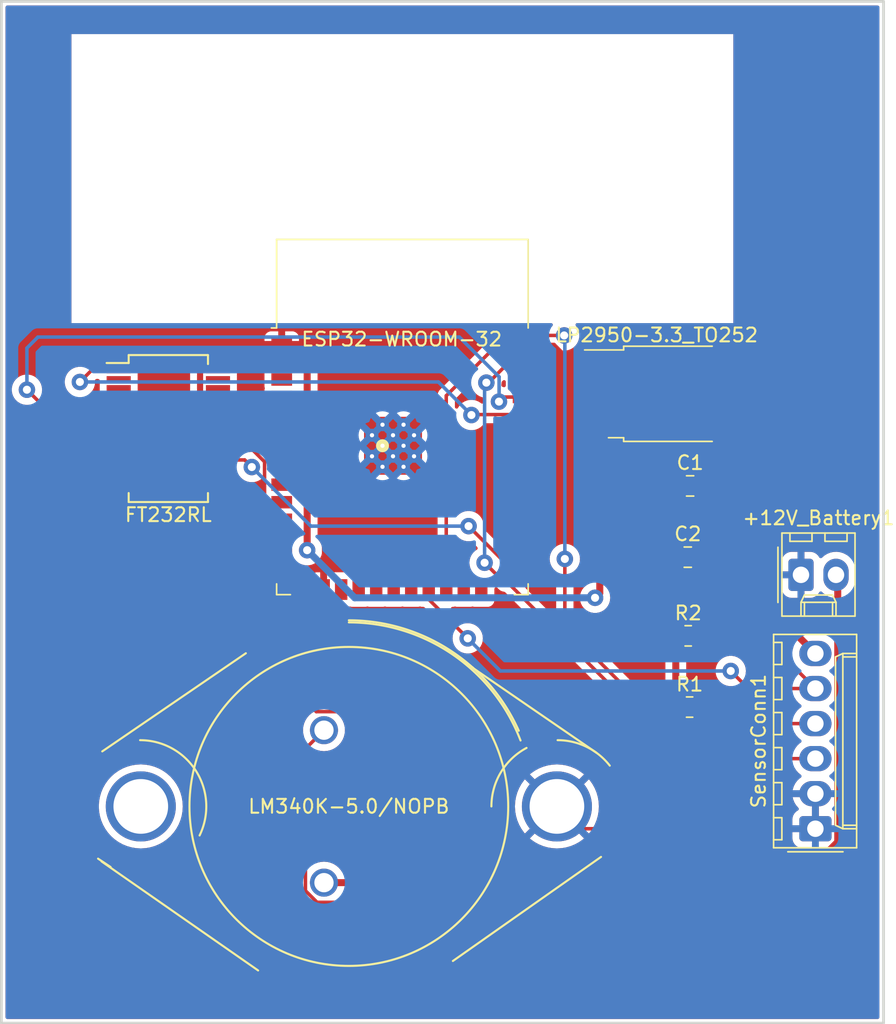
<source format=kicad_pcb>
(kicad_pcb (version 20221018) (generator pcbnew)
  (layers (0 "F.Cu" signal) (31 "B.Cu" signal) (34 "B.Paste" user) (35 "F.Paste" user) (36 "B.SilkS" user "B.Silkscreen") (37 "F.SilkS" user "F.Silkscreen") (38 "B.Mask" user) (39 "F.Mask" user) (44 "Edge.Cuts" user))
  (net 0 "")
  (net 1 "GND")
  (net 2 "Net-(+12V_Battery1-Pin_2)")
  (net 3 "/VDD")
  (net 4 "/SCL")
  (net 5 "/SDA")
  (net 6 "/INT")
  (net 7 "Net-(U1-TXD)")
  (net 11 "Net-(U1-RXD)")
  (net 22 "Net-(U5-IO0)")
  (net 31 "Net-(U3-OUT)")
  (footprint "Resistor_SMD:R_0805_2012Metric_Pad1.20x1.40mm_HandSolder" (layer "F.Cu") (at 172.895499 102.67968)
    (fp_text reference "R2" (at 0 -1.65) (layer "F.SilkS"))
    (fp_text value "10000" hide)
    (fp_line (start -0.227064 -0.735) (end 0.227064 -0.735) (stroke (width 0.12)) (layer "F.SilkS"))
    (fp_line (start -0.227064 0.735) (end 0.227064 0.735) (stroke (width 0.12)) (layer "F.SilkS"))
    (pad "1" smd roundrect (at -1 0) (size 1.2 1.4) (layers "F.Cu" "F.Paste" "F.Mask") (roundrect_rratio 0.2083333333) (net 3 "/VDD"))
    (pad "2" smd roundrect (at 1 0) (size 1.2 1.4) (layers "F.Cu" "F.Paste" "F.Mask") (roundrect_rratio 0.2083333333) (net 5 "/SDA"))
  )
  (footprint "Connector_Molex:Molex_KK-254_AE-6410-06A_1x06_P2.54mm_Vertical" (layer "F.Cu") (at 182.11872 116.657541 90)
    (fp_text reference "SensorConn1" (at 6.35 -4.12 90) (layer "F.SilkS"))
    (fp_text value "Conn_01x06" hide)
    (fp_line (start -1.67 -2) (end -1.67 2) (stroke (width 0.12)) (layer "F.SilkS"))
    (fp_line (start -1.38 -3.03) (end -1.38 2.99) (stroke (width 0.12)) (layer "F.SilkS"))
    (fp_line (start -1.38 2.99) (end 14.08 2.99) (stroke (width 0.12)) (layer "F.SilkS"))
    (fp_line (start -0.8 -3.03) (end -0.8 -2.43) (stroke (width 0.12)) (layer "F.SilkS"))
    (fp_line (start -0.8 -2.43) (end 0.8 -2.43) (stroke (width 0.12)) (layer "F.SilkS"))
    (fp_line (start 0 1.99) (end 0.25 1.46) (stroke (width 0.12)) (layer "F.SilkS"))
    (fp_line (start 0 1.99) (end 12.7 1.99) (stroke (width 0.12)) (layer "F.SilkS"))
    (fp_line (start 0 2.99) (end 0 1.99) (stroke (width 0.12)) (layer "F.SilkS"))
    (fp_line (start 0.25 1.46) (end 12.45 1.46) (stroke (width 0.12)) (layer "F.SilkS"))
    (fp_line (start 0.25 2.99) (end 0.25 1.99) (stroke (width 0.12)) (layer "F.SilkS"))
    (fp_line (start 0.8 -2.43) (end 0.8 -3.03) (stroke (width 0.12)) (layer "F.SilkS"))
    (fp_line (start 1.74 -3.03) (end 1.74 -2.43) (stroke (width 0.12)) (layer "F.SilkS"))
    (fp_line (start 1.74 -2.43) (end 3.34 -2.43) (stroke (width 0.12)) (layer "F.SilkS"))
    (fp_line (start 3.34 -2.43) (end 3.34 -3.03) (stroke (width 0.12)) (layer "F.SilkS"))
    (fp_line (start 4.28 -3.03) (end 4.28 -2.43) (stroke (width 0.12)) (layer "F.SilkS"))
    (fp_line (start 4.28 -2.43) (end 5.88 -2.43) (stroke (width 0.12)) (layer "F.SilkS"))
    (fp_line (start 5.88 -2.43) (end 5.88 -3.03) (stroke (width 0.12)) (layer "F.SilkS"))
    (fp_line (start 6.82 -3.03) (end 6.82 -2.43) (stroke (width 0.12)) (layer "F.SilkS"))
    (fp_line (start 6.82 -2.43) (end 8.42 -2.43) (stroke (width 0.12)) (layer "F.SilkS"))
    (fp_line (start 8.42 -2.43) (end 8.42 -3.03) (stroke (width 0.12)) (layer "F.SilkS"))
    (fp_line (start 9.36 -3.03) (end 9.36 -2.43) (stroke (width 0.12)) (layer "F.SilkS"))
    (fp_line (start 9.36 -2.43) (end 10.96 -2.43) (stroke (width 0.12)) (layer "F.SilkS"))
    (fp_line (start 10.96 -2.43) (end 10.96 -3.03) (stroke (width 0.12)) (layer "F.SilkS"))
    (fp_line (start 11.9 -3.03) (end 11.9 -2.43) (stroke (width 0.12)) (layer "F.SilkS"))
    (fp_line (start 11.9 -2.43) (end 13.5 -2.43) (stroke (width 0.12)) (layer "F.SilkS"))
    (fp_line (start 12.45 1.46) (end 12.7 1.99) (stroke (width 0.12)) (layer "F.SilkS"))
    (fp_line (start 12.45 2.99) (end 12.45 1.99) (stroke (width 0.12)) (layer "F.SilkS"))
    (fp_line (start 12.7 1.99) (end 12.7 2.99) (stroke (width 0.12)) (layer "F.SilkS"))
    (fp_line (start 13.5 -2.43) (end 13.5 -3.03) (stroke (width 0.12)) (layer "F.SilkS"))
    (fp_line (start 14.08 -3.03) (end -1.38 -3.03) (stroke (width 0.12)) (layer "F.SilkS"))
    (fp_line (start 14.08 2.99) (end 14.08 -3.03) (stroke (width 0.12)) (layer "F.SilkS"))
    (pad "1" thru_hole roundrect (at 0 0 90) (size 1.8288 2.3368) (drill 1.19) (layers "*.Cu" "*.Mask") (roundrect_rratio 0.1436778215) (net 1 "GND"))
    (pad "2" thru_hole oval (at 2.54 0 90) (size 1.8288 2.3368) (drill 1.19) (layers "*.Cu" "*.Mask") (net 1 "GND"))
    (pad "3" thru_hole oval (at 5.08 0 90) (size 1.8288 2.3368) (drill 1.19) (layers "*.Cu" "*.Mask") (net 6 "/INT"))
    (pad "4" thru_hole oval (at 7.62 0 90) (size 1.8288 2.3368) (drill 1.19) (layers "*.Cu" "*.Mask") (net 4 "/SCL"))
    (pad "5" thru_hole oval (at 10.16 0 90) (size 1.8288 2.3368) (drill 1.19) (layers "*.Cu" "*.Mask") (net 5 "/SDA"))
    (pad "6" thru_hole oval (at 12.7 0 90) (size 1.8288 2.3368) (drill 1.19) (layers "*.Cu" "*.Mask") (net 3 "/VDD"))
  )
  (footprint "Package_SO:SSOP-28_5.3x10.2mm_P0.65mm" (layer "F.Cu") (at 135.196554 87.657878)
    (fp_text reference "U1" hide)
    (fp_text value "FT232RL" (at 0 6.25) (layer "F.SilkS"))
    (fp_line (start -2.875 -5.325) (end -2.875 -4.75) (stroke (width 0.15)) (layer "F.SilkS"))
    (fp_line (start -2.875 -5.325) (end 2.875 -5.325) (stroke (width 0.15)) (layer "F.SilkS"))
    (fp_line (start -2.875 -4.75) (end -4.475 -4.75) (stroke (width 0.15)) (layer "F.SilkS"))
    (fp_line (start -2.875 5.325) (end -2.875 4.675) (stroke (width 0.15)) (layer "F.SilkS"))
    (fp_line (start -2.875 5.325) (end 2.875 5.325) (stroke (width 0.15)) (layer "F.SilkS"))
    (fp_line (start 2.875 -5.325) (end 2.875 -4.675) (stroke (width 0.15)) (layer "F.SilkS"))
    (fp_line (start 2.875 5.325) (end 2.875 4.675) (stroke (width 0.15)) (layer "F.SilkS"))
    (pad "1" smd rect (at -3.6 -4.225) (size 1.75 0.45) (layers "F.Cu" "F.Paste" "F.Mask") (net 7 "Net-(U1-TXD)"))
    (pad "2" smd rect (at -3.6 -3.575) (size 1.75 0.45) (layers "F.Cu" "F.Paste" "F.Mask"))
    (pad "3" smd rect (at -3.6 -2.925) (size 1.75 0.45) (layers "F.Cu" "F.Paste" "F.Mask"))
    (pad "4" smd rect (at -3.6 -2.275) (size 1.75 0.45) (layers "F.Cu" "F.Paste" "F.Mask"))
    (pad "5" smd rect (at -3.6 -1.625) (size 1.75 0.45) (layers "F.Cu" "F.Paste" "F.Mask") (net 11 "Net-(U1-RXD)"))
    (pad "6" smd rect (at -3.6 -0.975) (size 1.75 0.45) (layers "F.Cu" "F.Paste" "F.Mask"))
    (pad "7" smd rect (at -3.6 -0.325) (size 1.75 0.45) (layers "F.Cu" "F.Paste" "F.Mask"))
    (pad "8" smd rect (at -3.6 0.325) (size 1.75 0.45) (layers "F.Cu" "F.Paste" "F.Mask"))
    (pad "9" smd rect (at -3.6 0.975) (size 1.75 0.45) (layers "F.Cu" "F.Paste" "F.Mask"))
    (pad "10" smd rect (at -3.6 1.625) (size 1.75 0.45) (layers "F.Cu" "F.Paste" "F.Mask"))
    (pad "11" smd rect (at -3.6 2.275) (size 1.75 0.45) (layers "F.Cu" "F.Paste" "F.Mask"))
    (pad "12" smd rect (at -3.6 2.925) (size 1.75 0.45) (layers "F.Cu" "F.Paste" "F.Mask"))
    (pad "13" smd rect (at -3.6 3.575) (size 1.75 0.45) (layers "F.Cu" "F.Paste" "F.Mask"))
    (pad "14" smd rect (at -3.6 4.225) (size 1.75 0.45) (layers "F.Cu" "F.Paste" "F.Mask"))
    (pad "15" smd rect (at 3.6 4.225) (size 1.75 0.45) (layers "F.Cu" "F.Paste" "F.Mask"))
    (pad "16" smd rect (at 3.6 3.575) (size 1.75 0.45) (layers "F.Cu" "F.Paste" "F.Mask"))
    (pad "17" smd rect (at 3.6 2.925) (size 1.75 0.45) (layers "F.Cu" "F.Paste" "F.Mask") (net 3 "/VDD"))
    (pad "18" smd rect (at 3.6 2.275) (size 1.75 0.45) (layers "F.Cu" "F.Paste" "F.Mask") (net 22 "Net-(U5-IO0)"))
    (pad "19" smd rect (at 3.6 1.625) (size 1.75 0.45) (layers "F.Cu" "F.Paste" "F.Mask"))
    (pad "20" smd rect (at 3.6 0.975) (size 1.75 0.45) (layers "F.Cu" "F.Paste" "F.Mask"))
    (pad "21" smd rect (at 3.6 0.325) (size 1.75 0.45) (layers "F.Cu" "F.Paste" "F.Mask") (net 1 "GND"))
    (pad "22" smd rect (at 3.6 -0.325) (size 1.75 0.45) (layers "F.Cu" "F.Paste" "F.Mask"))
    (pad "23" smd rect (at 3.6 -0.975) (size 1.75 0.45) (layers "F.Cu" "F.Paste" "F.Mask"))
    (pad "24" smd rect (at 3.6 -1.625) (size 1.75 0.45) (layers "F.Cu" "F.Paste" "F.Mask"))
    (pad "25" smd rect (at 3.6 -2.275) (size 1.75 0.45) (layers "F.Cu" "F.Paste" "F.Mask"))
    (pad "26" smd rect (at 3.6 -2.925) (size 1.75 0.45) (layers "F.Cu" "F.Paste" "F.Mask"))
    (pad "27" smd rect (at 3.6 -3.575) (size 1.75 0.45) (layers "F.Cu" "F.Paste" "F.Mask"))
    (pad "28" smd rect (at 3.6 -4.225) (size 1.75 0.45) (layers "F.Cu" "F.Paste" "F.Mask"))
  )
  (footprint "RF_Module:ESP32-WROOM-32" (layer "F.Cu") (at 152.17 89.815)
    (fp_text reference "U5" hide)
    (fp_text value "ESP32-WROOM-32" (at -0.046144 -8.627704) (layer "F.SilkS"))
    (fp_line (start -9.12 -15.86) (end -9.12 -9.445) (stroke (width 0.12)) (layer "F.SilkS"))
    (fp_line (start -9.12 -15.86) (end 9.12 -15.86) (stroke (width 0.12)) (layer "F.SilkS"))
    (fp_line (start -9.12 -9.445) (end -9.5 -9.445) (stroke (width 0.12)) (layer "F.SilkS"))
    (fp_line (start -9.12 9.1) (end -9.12 9.88) (stroke (width 0.12)) (layer "F.SilkS"))
    (fp_line (start -9.12 9.88) (end -8.12 9.88) (stroke (width 0.12)) (layer "F.SilkS"))
    (fp_line (start 9.12 -15.86) (end 9.12 -9.445) (stroke (width 0.12)) (layer "F.SilkS"))
    (fp_line (start 9.12 9.1) (end 9.12 9.88) (stroke (width 0.12)) (layer "F.SilkS"))
    (fp_line (start 9.12 9.88) (end 8.12 9.88) (stroke (width 0.12)) (layer "F.SilkS"))
    (pad "1" smd rect (at -8.75 -8.25) (size 1.5 0.9) (layers "F.Cu" "F.Paste" "F.Mask") (net 1 "GND"))
    (pad "2" smd rect (at -8.75 -6.98) (size 1.5 0.9) (layers "F.Cu" "F.Paste" "F.Mask") (net 3 "/VDD"))
    (pad "3" smd rect (at -8.75 -5.71) (size 1.5 0.9) (layers "F.Cu" "F.Paste" "F.Mask"))
    (pad "4" smd rect (at -8.75 -4.44) (size 1.5 0.9) (layers "F.Cu" "F.Paste" "F.Mask"))
    (pad "5" smd rect (at -8.75 -3.17) (size 1.5 0.9) (layers "F.Cu" "F.Paste" "F.Mask"))
    (pad "6" smd rect (at -8.75 -1.9) (size 1.5 0.9) (layers "F.Cu" "F.Paste" "F.Mask"))
    (pad "7" smd rect (at -8.75 -0.63) (size 1.5 0.9) (layers "F.Cu" "F.Paste" "F.Mask"))
    (pad "8" smd rect (at -8.75 0.64) (size 1.5 0.9) (layers "F.Cu" "F.Paste" "F.Mask"))
    (pad "9" smd rect (at -8.75 1.91) (size 1.5 0.9) (layers "F.Cu" "F.Paste" "F.Mask"))
    (pad "10" smd rect (at -8.75 3.18) (size 1.5 0.9) (layers "F.Cu" "F.Paste" "F.Mask"))
    (pad "11" smd rect (at -8.75 4.45) (size 1.5 0.9) (layers "F.Cu" "F.Paste" "F.Mask"))
    (pad "12" smd rect (at -8.75 5.72) (size 1.5 0.9) (layers "F.Cu" "F.Paste" "F.Mask"))
    (pad "13" smd rect (at -8.75 6.99) (size 1.5 0.9) (layers "F.Cu" "F.Paste" "F.Mask"))
    (pad "14" smd rect (at -8.75 8.26) (size 1.5 0.9) (layers "F.Cu" "F.Paste" "F.Mask"))
    (pad "15" smd rect (at -5.71 9.51 90) (size 1.5 0.9) (layers "F.Cu" "F.Paste" "F.Mask") (net 1 "GND"))
    (pad "16" smd rect (at -4.44 9.51 90) (size 1.5 0.9) (layers "F.Cu" "F.Paste" "F.Mask"))
    (pad "17" smd rect (at -3.17 9.51 90) (size 1.5 0.9) (layers "F.Cu" "F.Paste" "F.Mask"))
    (pad "18" smd rect (at -1.9 9.51 90) (size 1.5 0.9) (layers "F.Cu" "F.Paste" "F.Mask"))
    (pad "19" smd rect (at -0.63 9.51 90) (size 1.5 0.9) (layers "F.Cu" "F.Paste" "F.Mask"))
    (pad "20" smd rect (at 0.64 9.51 90) (size 1.5 0.9) (layers "F.Cu" "F.Paste" "F.Mask"))
    (pad "21" smd rect (at 1.91 9.51 90) (size 1.5 0.9) (layers "F.Cu" "F.Paste" "F.Mask") (net 5 "/SDA"))
    (pad "22" smd rect (at 3.18 9.51 90) (size 1.5 0.9) (layers "F.Cu" "F.Paste" "F.Mask") (net 4 "/SCL"))
    (pad "23" smd rect (at 4.45 9.51 90) (size 1.5 0.9) (layers "F.Cu" "F.Paste" "F.Mask"))
    (pad "24" smd rect (at 5.72 9.51 90) (size 1.5 0.9) (layers "F.Cu" "F.Paste" "F.Mask"))
    (pad "25" smd rect (at 8.75 8.26) (size 1.5 0.9) (layers "F.Cu" "F.Paste" "F.Mask") (net 22 "Net-(U5-IO0)"))
    (pad "26" smd rect (at 8.75 6.99) (size 1.5 0.9) (layers "F.Cu" "F.Paste" "F.Mask"))
    (pad "27" smd rect (at 8.75 5.72) (size 1.5 0.9) (layers "F.Cu" "F.Paste" "F.Mask"))
    (pad "28" smd rect (at 8.75 4.45) (size 1.5 0.9) (layers "F.Cu" "F.Paste" "F.Mask"))
    (pad "29" smd rect (at 8.75 3.18) (size 1.5 0.9) (layers "F.Cu" "F.Paste" "F.Mask"))
    (pad "30" smd rect (at 8.75 1.91) (size 1.5 0.9) (layers "F.Cu" "F.Paste" "F.Mask"))
    (pad "31" smd rect (at 8.75 0.64) (size 1.5 0.9) (layers "F.Cu" "F.Paste" "F.Mask"))
    (pad "32" smd rect (at 8.75 -0.63) (size 1.5 0.9) (layers "F.Cu" "F.Paste" "F.Mask"))
    (pad "33" smd rect (at 8.75 -1.9) (size 1.5 0.9) (layers "F.Cu" "F.Paste" "F.Mask"))
    (pad "34" smd rect (at 8.75 -3.17) (size 1.5 0.9) (layers "F.Cu" "F.Paste" "F.Mask") (net 7 "Net-(U1-TXD)"))
    (pad "35" smd rect (at 8.75 -4.44) (size 1.5 0.9) (layers "F.Cu" "F.Paste" "F.Mask") (net 11 "Net-(U1-RXD)"))
    (pad "36" smd rect (at 8.75 -5.71) (size 1.5 0.9) (layers "F.Cu" "F.Paste" "F.Mask"))
    (pad "37" smd rect (at 8.75 -6.98) (size 1.5 0.9) (layers "F.Cu" "F.Paste" "F.Mask") (net 6 "/INT"))
    (pad "38" smd rect (at 8.75 -8.25) (size 1.5 0.9) (layers "F.Cu" "F.Paste" "F.Mask") (net 1 "GND"))
    (pad "39" smd rect (at -2.205 -2.435) (size 1.05 1.05) (layers "F.Cu" "F.Paste") (net 1 "GND"))
    (pad "39" thru_hole circle (at -2.205 -1.6725) (size 0.9398 0.9398) (drill 0.3048) (property pad_prop_heatsink) (layers "*.Cu" "F.Mask") (net 1 "GND"))
    (pad "39" smd rect (at -2.205 -0.91) (size 1.05 1.05) (layers "F.Cu" "F.Paste") (net 1 "GND"))
    (pad "39" thru_hole circle (at -2.205 -0.1475) (size 0.9398 0.9398) (drill 0.3048) (property pad_prop_heatsink) (layers "*.Cu" "F.Mask") (net 1 "GND"))
    (pad "39" smd rect (at -2.205 0.615) (size 1.05 1.05) (layers "F.Cu" "F.Paste") (net 1 "GND"))
    (pad "39" thru_hole circle (at -1.4425 -2.435) (size 0.9398 0.9398) (drill 0.3048) (property pad_prop_heatsink) (layers "*.Cu" "F.Mask") (net 1 "GND"))
    (pad "39" thru_hole circle (at -1.4425 -0.91) (size 0.9398 0.9398) (drill 0.3048) (property pad_prop_heatsink) (layers "*.Cu" "F.SilkS" "F.Mask") (net 1 "GND"))
    (pad "39" thru_hole circle (at -1.4425 0.615) (size 0.9398 0.9398) (drill 0.3048) (property pad_prop_heatsink) (layers "*.Cu" "F.Mask") (net 1 "GND"))
    (pad "39" smd rect (at -0.68 -2.435) (size 1.05 1.05) (layers "F.Cu" "F.Paste") (net 1 "GND"))
    (pad "39" thru_hole circle (at -0.68 -1.6725) (size 0.9398 0.9398) (drill 0.3048) (property pad_prop_heatsink) (layers "*.Cu" "F.Mask") (net 1 "GND"))
    (pad "39" smd rect (at -0.68 -0.91) (size 1.05 1.05) (layers "F.Cu" "F.Paste") (net 1 "GND"))
    (pad "39" smd rect (at -0.68 -0.91) (size 4.2 4.2) (layers "F.Cu" "F.Mask") (net 1 "GND"))
    (pad "39" thru_hole circle (at -0.68 -0.1475) (size 0.9398 0.9398) (drill 0.3048) (property pad_prop_heatsink) (layers "*.Cu" "F.Mask") (net 1 "GND"))
    (pad "39" smd rect (at -0.68 0.615) (size 1.05 1.05) (layers "F.Cu" "F.Paste") (net 1 "GND"))
    (pad "39" thru_hole circle (at 0.0825 -2.435) (size 0.9398 0.9398) (drill 0.3048) (property pad_prop_heatsink) (layers "*.Cu" "F.Mask") (net 1 "GND"))
    (pad "39" thru_hole circle (at 0.0825 -0.91) (size 0.9398 0.9398) (drill 0.3048) (property pad_prop_heatsink) (layers "*.Cu" "F.Mask") (net 1 "GND"))
    (pad "39" thru_hole circle (at 0.0825 0.615) (size 0.9398 0.9398) (drill 0.3048) (property pad_prop_heatsink) (layers "*.Cu" "F.Mask") (net 1 "GND"))
    (pad "39" smd rect (at 0.845 -2.435) (size 1.05 1.05) (layers "F.Cu" "F.Paste") (net 1 "GND"))
    (pad "39" thru_hole circle (at 0.845 -1.6725) (size 0.9398 0.9398) (drill 0.3048) (property pad_prop_heatsink) (layers "*.Cu" "F.Mask") (net 1 "GND"))
    (pad "39" smd rect (at 0.845 -0.91) (size 1.05 1.05) (layers "F.Cu" "F.Paste") (net 1 "GND"))
    (pad "39" thru_hole circle (at 0.845 -0.1475) (size 0.9398 0.9398) (drill 0.3048) (property pad_prop_heatsink) (layers "*.Cu" "F.Mask") (net 1 "GND"))
    (pad "39" smd rect (at 0.845 0.615) (size 1.05 1.05) (layers "F.Cu" "F.Paste") (net 1 "GND"))
    (zone (net 0) (net_name "") (layers "F.Cu" "In1.Cu" "B.Cu") (connect_pads (clearance 0)) (min_thickness 0.254)
      (keepout (tracks not_allowed) (vias not_allowed) (pads not_allowed) (copperpour not_allowed) (footprints not_allowed))
      (fill (thermal_gap 0.508) (thermal_bridge_width 0.508))
      (polygon (pts (xy 128.17 80.015) (xy 176.17 80.015) (xy 176.17 59.075) (xy 128.17 59.075)))
    )
  )
  (footprint "Package_TO_SOT_SMD:TO-252-2" (layer "F.Cu") (at 171.524739 85.141577)
    (fp_text reference "U4" hide)
    (fp_text value "LP2950-3.3_TO252" (at -0.911361 -4.257941) (layer "F.SilkS"))
    (fp_line (start -3.31 -3.45) (end -3.31 -3.18) (stroke (width 0.12)) (layer "F.SilkS"))
    (fp_line (start -3.31 -3.18) (end -6.14 -3.18) (stroke (width 0.12)) (layer "F.SilkS"))
    (fp_line (start -3.31 3.18) (end -4.41 3.18) (stroke (width 0.12)) (layer "F.SilkS"))
    (fp_line (start -3.31 3.45) (end -3.31 3.18) (stroke (width 0.12)) (layer "F.SilkS"))
    (fp_line (start 3.11 -3.45) (end -3.31 -3.45) (stroke (width 0.12)) (layer "F.SilkS"))
    (fp_line (start 3.11 3.45) (end -3.31 3.45) (stroke (width 0.12)) (layer "F.SilkS"))
    (pad "1" smd roundrect (at -5.04 -2.28) (size 2.2 1.2) (layers "F.Cu" "F.Paste" "F.Mask") (roundrect_rratio 0.2083333333) (net 31 "Net-(U3-OUT)"))
    (pad "2" smd roundrect (at -0.415 -1.525) (size 3.05 2.75) (layers "F.Cu" "F.Paste") (roundrect_rratio 0.09090909091) (net 1 "GND"))
    (pad "2" smd roundrect (at -0.415 1.525) (size 3.05 2.75) (layers "F.Cu" "F.Paste") (roundrect_rratio 0.09090909091) (net 1 "GND"))
    (pad "2" smd roundrect (at 1.26 0) (size 6.4 5.8) (layers "F.Cu" "F.Mask") (roundrect_rratio 0.04310293103) (net 1 "GND"))
    (pad "2" smd roundrect (at 2.935 -1.525) (size 3.05 2.75) (layers "F.Cu" "F.Paste") (roundrect_rratio 0.09090909091) (net 1 "GND"))
    (pad "2" smd roundrect (at 2.935 1.525) (size 3.05 2.75) (layers "F.Cu" "F.Paste") (roundrect_rratio 0.09090909091) (net 1 "GND"))
    (pad "3" smd roundrect (at -5.04 2.28) (size 2.2 1.2) (layers "F.Cu" "F.Paste" "F.Mask") (roundrect_rratio 0.2083333333) (net 3 "/VDD"))
  )
  (footprint "footprints:LM340K-5.0&slash_NOPB" (layer "F.Cu") (at 146.4838 120.5651)
    (fp_text reference "U3" hide)
    (fp_text value "LM340K-5.0/NOPB" (at 1.8034 -5.5245) (layer "F.SilkS"))
    (fp_line (start -16.383 -1.7399) (end -15.4686 -1.1303) (stroke (width 0.1524)) (layer "F.SilkS"))
    (fp_line (start -16.129 -1.5367) (end -4.7752 6.3627) (stroke (width 0.1524)) (layer "F.SilkS"))
    (fp_line (start -16.0782 -9.5123) (end -5.6642 -16.6243) (stroke (width 0.1524)) (layer "F.SilkS"))
    (fp_line (start 8.7884 -16.9545) (end 10.8204 -15.5575) (stroke (width 0.1524)) (layer "F.SilkS"))
    (fp_line (start 9.2456 -16.6243) (end 19.7612 -9.4107) (stroke (width 0.1524)) (layer "F.SilkS"))
    (fp_line (start 9.3472 5.6769) (end 20.0914 -1.8669) (stroke (width 0.1524)) (layer "F.SilkS"))
    (fp_arc (start -13.335 -10.3251) (mid -9.26386 -8.06843) (end -9.020249 -3.420055) (stroke (width 0.1524)) (layer "F.SilkS"))
    (fp_arc (start 1.8034 -19.0119) (mid 9.149164 -16.835985) (end 14.124753 -11.01032) (stroke (width 0.1524)) (layer "F.SilkS"))
    (fp_arc (start 1.8034 -18.8595) (mid 9.356427 -16.514223) (end 14.252695 -10.303337) (stroke (width 0.1524)) (layer "F.SilkS"))
    (fp_arc (start 12.1412 -5.5245) (mid 12.826883 -7.996992) (end 14.688055 -9.763178) (stroke (width 0.1524)) (layer "F.SilkS"))
    (fp_arc (start 16.9418 -10.3251) (mid 19.046245 -9.839251) (end 20.724724 -8.480044) (stroke (width 0.1524)) (layer "F.SilkS"))
    (fp_circle (center 1.8034 -5.5245) (end 13.3604 -5.5245) (stroke (width 0.1524)) (fill none) (layer "F.SilkS"))
    (pad "1" thru_hole circle (at 0 0 90) (size 2.032 2.032) (drill 1.397) (layers "*.Cu" "*.Mask") (net 2 "Net-(+12V_Battery1-Pin_2)"))
    (pad "2" thru_hole circle (at 0 -11.049 90) (size 2.032 2.032) (drill 1.397) (layers "*.Cu" "*.Mask") (net 31 "Net-(U3-OUT)"))
    (pad "3" thru_hole circle (at 16.891 -5.5245) (size 5.08 5.08) (drill 3.9624) (layers "*.Cu" "*.Mask") (net 1 "GND"))
    (pad "4" thru_hole circle (at -13.2842 -5.5245) (size 5.08 5.08) (drill 3.9624) (layers "*.Cu" "*.Mask"))
  )
  (footprint "Connector_Molex:Molex_KK-254_AE-6410-02A_1x02_P2.54mm_Vertical" (layer "F.Cu") (at 181.07278 98.259739)
    (fp_text reference "+12V_Battery1" (at 1.27 -4.12) (layer "F.SilkS"))
    (fp_text value "Conn_01x02" hide)
    (fp_line (start -1.67 -2) (end -1.67 2) (stroke (width 0.12)) (layer "F.SilkS"))
    (fp_line (start -1.38 -3.03) (end -1.38 2.99) (stroke (width 0.12)) (layer "F.SilkS"))
    (fp_line (start -1.38 2.99) (end 3.92 2.99) (stroke (width 0.12)) (layer "F.SilkS"))
    (fp_line (start -0.8 -3.03) (end -0.8 -2.43) (stroke (width 0.12)) (layer "F.SilkS"))
    (fp_line (start -0.8 -2.43) (end 0.8 -2.43) (stroke (width 0.12)) (layer "F.SilkS"))
    (fp_line (start 0 1.99) (end 0.25 1.46) (stroke (width 0.12)) (layer "F.SilkS"))
    (fp_line (start 0 1.99) (end 2.54 1.99) (stroke (width 0.12)) (layer "F.SilkS"))
    (fp_line (start 0 2.99) (end 0 1.99) (stroke (width 0.12)) (layer "F.SilkS"))
    (fp_line (start 0.25 1.46) (end 2.29 1.46) (stroke (width 0.12)) (layer "F.SilkS"))
    (fp_line (start 0.25 2.99) (end 0.25 1.99) (stroke (width 0.12)) (layer "F.SilkS"))
    (fp_line (start 0.8 -2.43) (end 0.8 -3.03) (stroke (width 0.12)) (layer "F.SilkS"))
    (fp_line (start 1.74 -3.03) (end 1.74 -2.43) (stroke (width 0.12)) (layer "F.SilkS"))
    (fp_line (start 1.74 -2.43) (end 3.34 -2.43) (stroke (width 0.12)) (layer "F.SilkS"))
    (fp_line (start 2.29 1.46) (end 2.54 1.99) (stroke (width 0.12)) (layer "F.SilkS"))
    (fp_line (start 2.29 2.99) (end 2.29 1.99) (stroke (width 0.12)) (layer "F.SilkS"))
    (fp_line (start 2.54 1.99) (end 2.54 2.99) (stroke (width 0.12)) (layer "F.SilkS"))
    (fp_line (start 3.34 -2.43) (end 3.34 -3.03) (stroke (width 0.12)) (layer "F.SilkS"))
    (fp_line (start 3.92 -3.03) (end -1.38 -3.03) (stroke (width 0.12)) (layer "F.SilkS"))
    (fp_line (start 3.92 2.99) (end 3.92 -3.03) (stroke (width 0.12)) (layer "F.SilkS"))
    (pad "1" thru_hole roundrect (at 0 0) (size 1.8288 2.3368) (drill 1.19) (layers "*.Cu" "*.Mask") (roundrect_rratio 0.1436778215) (net 1 "GND"))
    (pad "2" thru_hole oval (at 2.54 0) (size 1.8288 2.3368) (drill 1.19) (layers "*.Cu" "*.Mask") (net 2 "Net-(+12V_Battery1-Pin_2)"))
  )
  (footprint "Capacitor_SMD:C_0805_2012Metric_Pad1.18x1.45mm_HandSolder" (layer "F.Cu") (at 173.034219 91.815398)
    (fp_text reference "C1" (at 0 -1.68) (layer "F.SilkS"))
    (fp_text value "0.0000001" hide)
    (fp_line (start -0.261252 -0.735) (end 0.261252 -0.735) (stroke (width 0.12)) (layer "F.SilkS"))
    (fp_line (start -0.261252 0.735) (end 0.261252 0.735) (stroke (width 0.12)) (layer "F.SilkS"))
    (pad "1" smd roundrect (at -1.0375 0) (size 1.175 1.45) (layers "F.Cu" "F.Paste" "F.Mask") (roundrect_rratio 0.2127659574) (net 3 "/VDD"))
    (pad "2" smd roundrect (at 1.0375 0) (size 1.175 1.45) (layers "F.Cu" "F.Paste" "F.Mask") (roundrect_rratio 0.2127659574) (net 1 "GND"))
  )
  (footprint "Resistor_SMD:R_0805_2012Metric_Pad1.20x1.40mm_HandSolder" (layer "F.Cu") (at 172.996719 107.8419)
    (fp_text reference "R1" (at 0 -1.65) (layer "F.SilkS"))
    (fp_text value "10000" hide)
    (fp_line (start -0.227064 -0.735) (end 0.227064 -0.735) (stroke (width 0.12)) (layer "F.SilkS"))
    (fp_line (start -0.227064 0.735) (end 0.227064 0.735) (stroke (width 0.12)) (layer "F.SilkS"))
    (pad "1" smd roundrect (at -1 0) (size 1.2 1.4) (layers "F.Cu" "F.Paste" "F.Mask") (roundrect_rratio 0.2083333333) (net 3 "/VDD"))
    (pad "2" smd roundrect (at 1 0) (size 1.2 1.4) (layers "F.Cu" "F.Paste" "F.Mask") (roundrect_rratio 0.2083333333) (net 4 "/SCL"))
  )
  (footprint "Capacitor_SMD:C_0805_2012Metric_Pad1.18x1.45mm_HandSolder" (layer "F.Cu") (at 172.865519 96.977619)
    (fp_text reference "C2" (at 0 -1.68) (layer "F.SilkS"))
    (fp_text value "0.0000001" hide)
    (fp_line (start -0.261252 -0.735) (end 0.261252 -0.735) (stroke (width 0.12)) (layer "F.SilkS"))
    (fp_line (start -0.261252 0.735) (end 0.261252 0.735) (stroke (width 0.12)) (layer "F.SilkS"))
    (pad "1" smd roundrect (at -1.0375 0) (size 1.175 1.45) (layers "F.Cu" "F.Paste" "F.Mask") (roundrect_rratio 0.2127659574) (net 3 "/VDD"))
    (pad "2" smd roundrect (at 1.0375 0) (size 1.175 1.45) (layers "F.Cu" "F.Paste" "F.Mask") (roundrect_rratio 0.2127659574) (net 1 "GND"))
  )
  (gr_rect (start 123.090581 56.702699) (end 187.061631 130.74514) (stroke (width 0.2)) (fill none) (layer "Edge.Cuts"))
  (segment (start 145.927511 108.1731) (end 156.5073 108.1731) (width 0.254) (layer "F.Cu") (net 1))
  (segment (start 142.174619 104.420208) (end 145.927511 108.1731) (width 0.254) (layer "F.Cu") (net 1))
  (segment (start 143.42 81.565) (end 144.9125 81.565) (width 0.254) (layer "F.Cu") (net 1))
  (segment (start 163.165234 81.565) (end 166.741811 85.141577) (width 0.254) (layer "F.Cu") (net 1))
  (segment (start 174.071719 96.808919) (end 173.903019 96.977619) (width 0.254) (layer "F.Cu") (net 1))
  (segment (start 172.784739 85.141577) (end 172.784739 90.528418) (width 0.254) (layer "F.Cu") (net 1))
  (segment (start 182.11872 116.657541) (end 164.991741 116.657541) (width 0.254) (layer "F.Cu") (net 1))
  (segment (start 164.991741 116.657541) (end 163.3748 115.0406) (width 0.254) (layer "F.Cu") (net 1))
  (segment (start 174.071719 91.815398) (end 174.071719 96.808919) (width 0.254) (layer "F.Cu") (net 1))
  (segment (start 144.9125 81.565) (end 150.7275 87.38) (width 0.254) (layer "F.Cu") (net 1))
  (segment (start 181.07278 98.259739) (end 175.185139 98.259739) (width 0.254) (layer "F.Cu") (net 1))
  (segment (start 172.784739 90.528418) (end 174.071719 91.815398) (width 0.254) (layer "F.Cu") (net 1))
  (segment (start 166.741811 85.141577) (end 172.784739 85.141577) (width 0.254) (layer "F.Cu") (net 1))
  (segment (start 182.11872 114.117541) (end 182.11872 116.657541) (width 0.254) (layer "F.Cu") (net 1))
  (segment (start 138.796554 87.982878) (end 140.092112 87.982878) (width 0.254) (layer "F.Cu") (net 1))
  (segment (start 146.46 94.6975) (end 146.46 99.325) (width 0.254) (layer "F.Cu") (net 1))
  (segment (start 150.7275 90.43) (end 146.46 94.6975) (width 0.254) (layer "F.Cu") (net 1))
  (segment (start 156.5073 108.1731) (end 163.3748 115.0406) (width 0.254) (layer "F.Cu") (net 1))
  (segment (start 175.185139 98.259739) (end 173.903019 96.977619) (width 0.254) (layer "F.Cu") (net 1))
  (segment (start 160.92 81.565) (end 163.165234 81.565) (width 0.254) (layer "F.Cu") (net 1))
  (segment (start 142.174619 90.065385) (end 142.174619 104.420208) (width 0.254) (layer "F.Cu") (net 1))
  (segment (start 140.092112 87.982878) (end 142.174619 90.065385) (width 0.254) (layer "F.Cu") (net 1))
  (segment (start 183.74112 117.613355) (end 180.789375 120.5651) (width 0.508) (layer "F.Cu") (net 2))
  (segment (start 180.789375 120.5651) (end 146.4838 120.5651) (width 0.508) (layer "F.Cu") (net 2))
  (segment (start 183.61278 98.259739) (end 183.74112 98.388079) (width 0.508) (layer "F.Cu") (net 2))
  (segment (start 183.74112 98.388079) (end 183.74112 117.613355) (width 0.508) (layer "F.Cu") (net 2))
  (segment (start 137.847682 82.43725) (end 137.499304 82.785628) (width 0.4445) (layer "F.Cu") (net 3))
  (segment (start 173.049499 101.52568) (end 171.895499 102.67968) (width 0.508) (layer "F.Cu") (net 3))
  (segment (start 171.900473 102.67968) (end 171.895499 102.67968) (width 0.508) (layer "F.Cu") (net 3))
  (segment (start 137.499304 82.785628) (end 137.499304 90.580128) (width 0.4445) (layer "F.Cu") (net 3))
  (segment (start 171.996719 91.815398) (end 170.87856 91.815398) (width 0.508) (layer "F.Cu") (net 3))
  (segment (start 166.484739 87.421577) (end 166.484739 99.578845) (width 0.508) (layer "F.Cu") (net 3))
  (segment (start 143.42 82.835) (end 142.6455 82.835) (width 0.4445) (layer "F.Cu") (net 3))
  (segment (start 144.678 82.835) (end 143.42 82.835) (width 0.508) (layer "F.Cu") (net 3))
  (segment (start 171.996719 102.775926) (end 171.900473 102.67968) (width 0.508) (layer "F.Cu") (net 3))
  (segment (start 145.263821 83.420821) (end 144.678 82.835) (width 0.508) (layer "F.Cu") (net 3))
  (segment (start 142.24775 82.43725) (end 137.847682 82.43725) (width 0.4445) (layer "F.Cu") (net 3))
  (segment (start 171.895499 102.67968) (end 171.895499 97.045099) (width 0.508) (layer "F.Cu") (net 3))
  (segment (start 171.996719 107.8419) (end 171.996719 102.775926) (width 0.508) (layer "F.Cu") (net 3))
  (segment (start 182.11872 103.957541) (end 179.686859 101.52568) (width 0.508) (layer "F.Cu") (net 3))
  (segment (start 145.263821 96.472608) (end 145.263821 83.420821) (width 0.508) (layer "F.Cu") (net 3))
  (segment (start 137.502054 90.582878) (end 138.796554 90.582878) (width 0.4445) (layer "F.Cu") (net 3))
  (segment (start 142.6455 82.835) (end 142.24775 82.43725) (width 0.4445) (layer "F.Cu") (net 3))
  (segment (start 166.484739 99.578845) (end 166.140769 99.922815) (width 0.508) (layer "F.Cu") (net 3))
  (segment (start 170.87856 91.815398) (end 166.484739 87.421577) (width 0.508) (layer "F.Cu") (net 3))
  (segment (start 179.686859 101.52568) (end 173.049499 101.52568) (width 0.508) (layer "F.Cu") (net 3))
  (segment (start 171.828019 91.984098) (end 171.996719 91.815398) (width 0.508) (layer "F.Cu") (net 3))
  (segment (start 171.895499 97.045099) (end 171.828019 96.977619) (width 0.508) (layer "F.Cu") (net 3))
  (segment (start 171.828019 96.977619) (end 171.828019 91.984098) (width 0.508) (layer "F.Cu") (net 3))
  (segment (start 137.499304 90.580128) (end 137.502054 90.582878) (width 0.4445) (layer "F.Cu") (net 3))
  (via (at 166.140769 99.922815) (size 1.1938) (drill 0.5842) (layers "F.Cu" "B.Cu") (net 3))
  (via (at 145.263821 96.472608) (size 1.1938) (drill 0.5842) (layers "F.Cu" "B.Cu") (net 3))
  (segment (start 166.140769 99.922815) (end 148.714028 99.922815) (width 0.508) (layer "B.Cu") (net 3))
  (segment (start 148.714028 99.922815) (end 145.263821 96.472608) (width 0.508) (layer "B.Cu") (net 3))
  (segment (start 162.120116 80.911116) (end 161.997 80.788) (width 0.254) (layer "F.Cu") (net 4))
  (segment (start 163.949588 102.043635) (end 163.949588 97.107922) (width 0.254) (layer "F.Cu") (net 4))
  (segment (start 175.19236 109.037541) (end 173.996719 107.8419) (width 0.254) (layer "F.Cu") (net 4))
  (segment (start 172.44732 110.541367) (end 172.431347 110.525394) (width 0.254) (layer "F.Cu") (net 4))
  (segment (start 173.996719 110.301769) (end 173.757121 110.541367) (width 0.254) (layer "F.Cu") (net 4))
  (segment (start 161.997 80.788) (end 159.843 80.788) (width 0.254) (layer "F.Cu") (net 4))
  (segment (start 163.901668 80.911116) (end 162.120116 80.911116) (width 0.254) (layer "F.Cu") (net 4))
  (segment (start 173.757121 110.541367) (end 172.44732 110.541367) (width 0.254) (layer "F.Cu") (net 4))
  (segment (start 182.11872 109.037541) (end 175.19236 109.037541) (width 0.254) (layer "F.Cu") (net 4))
  (segment (start 172.431347 110.525394) (end 163.949588 102.043635) (width 0.254) (layer "F.Cu") (net 4))
  (segment (start 155.35 85.281) (end 155.35 99.325) (width 0.254) (layer "F.Cu") (net 4))
  (segment (start 159.843 80.788) (end 155.35 85.281) (width 0.254) (layer "F.Cu") (net 4))
  (segment (start 173.996719 107.8419) (end 173.996719 110.301769) (width 0.254) (layer "F.Cu") (net 4))
  (via (at 163.901668 80.911116) (size 1.1938) (drill 0.5842) (layers "F.Cu" "B.Cu") (net 4))
  (via (at 163.949588 97.107922) (size 1.1938) (drill 0.5842) (layers "F.Cu" "B.Cu") (net 4))
  (segment (start 163.949588 80.959036) (end 163.901668 80.911116) (width 0.254) (layer "B.Cu") (net 4))
  (segment (start 163.949588 97.107922) (end 163.949588 80.959036) (width 0.254) (layer "B.Cu") (net 4))
  (segment (start 173.895499 102.67968) (end 178.300859 102.67968) (width 0.254) (layer "F.Cu") (net 5))
  (segment (start 178.300859 102.67968) (end 182.11872 106.497541) (width 0.254) (layer "F.Cu") (net 5))
  (segment (start 182.11872 106.497541) (end 177.250686 106.497541) (width 0.254) (layer "F.Cu") (net 5))
  (segment (start 177.250686 106.497541) (end 175.979057 105.225912) (width 0.254) (layer "F.Cu") (net 5))
  (segment (start 156.907078 102.861881) (end 154.08 100.034803) (width 0.254) (layer "F.Cu") (net 5))
  (segment (start 154.08 100.034803) (end 154.08 99.325) (width 0.254) (layer "F.Cu") (net 5))
  (via (at 156.907078 102.861881) (size 1.1938) (drill 0.5842) (layers "F.Cu" "B.Cu") (net 5))
  (via (at 175.979057 105.225912) (size 1.1938) (drill 0.5842) (layers "F.Cu" "B.Cu") (net 5))
  (segment (start 159.271109 105.225912) (end 156.907078 102.861881) (width 0.254) (layer "B.Cu") (net 5))
  (segment (start 175.979057 105.225912) (end 159.271109 105.225912) (width 0.254) (layer "B.Cu") (net 5))
  (segment (start 159.916 82.835) (end 160.92 82.835) (width 0.254) (layer "F.Cu") (net 6))
  (segment (start 159.601567 98.852) (end 158.130765 97.381198) (width 0.254) (layer "F.Cu") (net 6))
  (segment (start 172.568541 111.577541) (end 159.843 98.852) (width 0.254) (layer "F.Cu") (net 6))
  (segment (start 158.419891 84.331109) (end 159.916 82.835) (width 0.254) (layer "F.Cu") (net 6))
  (segment (start 182.11872 111.577541) (end 172.568541 111.577541) (width 0.254) (layer "F.Cu") (net 6))
  (segment (start 158.25855 84.331109) (end 158.419891 84.331109) (width 0.254) (layer "F.Cu") (net 6))
  (segment (start 159.843 98.852) (end 159.601567 98.852) (width 0.254) (layer "F.Cu") (net 6))
  (via (at 158.130765 97.381198) (size 1.1938) (drill 0.5842) (layers "F.Cu" "B.Cu") (net 6))
  (via (at 158.25855 84.331109) (size 1.1938) (drill 0.5842) (layers "F.Cu" "B.Cu") (net 6))
  (segment (start 158.130765 97.381198) (end 158.130765 84.458894) (width 0.254) (layer "B.Cu") (net 6))
  (segment (start 158.130765 84.458894) (end 158.25855 84.331109) (width 0.254) (layer "B.Cu") (net 6))
  (segment (start 128.783651 84.282428) (end 129.633201 83.432878) (width 0.254) (layer "F.Cu") (net 7))
  (segment (start 157.209387 86.645) (end 157.175981 86.678406) (width 0.254) (layer "F.Cu") (net 7))
  (segment (start 160.92 86.645) (end 157.209387 86.645) (width 0.254) (layer "F.Cu") (net 7))
  (segment (start 129.633201 83.432878) (end 131.596554 83.432878) (width 0.254) (layer "F.Cu") (net 7))
  (via (at 157.175981 86.678406) (size 1.1938) (drill 0.5842) (layers "F.Cu" "B.Cu") (net 7))
  (via (at 128.783651 84.282428) (size 1.1938) (drill 0.5842) (layers "F.Cu" "B.Cu") (net 7))
  (segment (start 154.780003 84.282428) (end 128.783651 84.282428) (width 0.254) (layer "B.Cu") (net 7))
  (segment (start 157.175981 86.678406) (end 154.780003 84.282428) (width 0.254) (layer "B.Cu") (net 7))
  (segment (start 126.130847 86.032878) (end 131.596554 86.032878) (width 0.254) (layer "F.Cu") (net 11))
  (segment (start 160.92 85.375) (end 159.504312 85.375) (width 0.254) (layer "F.Cu") (net 11))
  (segment (start 159.504312 85.375) (end 159.172628 85.706684) (width 0.254) (layer "F.Cu") (net 11))
  (segment (start 124.942101 84.844132) (end 126.130847 86.032878) (width 0.254) (layer "F.Cu") (net 11))
  (via (at 124.942101 84.844132) (size 1.1938) (drill 0.5842) (layers "F.Cu" "B.Cu") (net 11))
  (via (at 159.172628 85.706684) (size 1.1938) (drill 0.5842) (layers "F.Cu" "B.Cu") (net 11))
  (segment (start 125.74076 81.026542) (end 124.942101 81.825201) (width 0.254) (layer "B.Cu") (net 11))
  (segment (start 159.172628 85.706684) (end 159.18245 85.696862) (width 0.254) (layer "B.Cu") (net 11))
  (segment (start 159.18245 85.696862) (end 159.18245 83.911536) (width 0.254) (layer "B.Cu") (net 11))
  (segment (start 159.18245 83.911536) (end 156.297456 81.026542) (width 0.254) (layer "B.Cu") (net 11))
  (segment (start 156.297456 81.026542) (end 125.74076 81.026542) (width 0.254) (layer "B.Cu") (net 11))
  (segment (start 124.942101 81.825201) (end 124.942101 84.844132) (width 0.254) (layer "B.Cu") (net 11))
  (segment (start 160.92 98.075) (end 160.314439 98.075) (width 0.254) (layer "F.Cu") (net 22))
  (segment (start 140.73552 89.932878) (end 138.796554 89.932878) (width 0.254) (layer "F.Cu") (net 22))
  (segment (start 160.314439 98.075) (end 156.968329 94.72889) (width 0.254) (layer "F.Cu") (net 22))
  (segment (start 141.250719 90.448077) (end 140.73552 89.932878) (width 0.254) (layer "F.Cu") (net 22))
  (via (at 156.968329 94.72889) (size 1.1938) (drill 0.5842) (layers "F.Cu" "B.Cu") (net 22))
  (via (at 141.250719 90.448077) (size 1.1938) (drill 0.5842) (layers "F.Cu" "B.Cu") (net 22))
  (segment (start 156.968329 94.72889) (end 145.531532 94.72889) (width 0.254) (layer "B.Cu") (net 22))
  (segment (start 145.531532 94.72889) (end 141.250719 90.448077) (width 0.254) (layer "B.Cu") (net 22))
  (segment (start 145.981422 121.989765) (end 145.1408 121.149143) (width 0.254) (layer "F.Cu") (net 31))
  (segment (start 175.980671 81.914577) (end 185.203569 91.137475) (width 0.254) (layer "F.Cu") (net 31))
  (segment (start 145.1408 121.149143) (end 145.1408 110.8591) (width 0.254) (layer "F.Cu") (net 31))
  (segment (start 185.203569 116.972564) (end 180.186368 121.989765) (width 0.254) (layer "F.Cu") (net 31))
  (segment (start 166.484739 82.861577) (end 167.431739 81.914577) (width 0.254) (layer "F.Cu") (net 31))
  (segment (start 185.203569 91.137475) (end 185.203569 116.972564) (width 0.254) (layer "F.Cu") (net 31))
  (segment (start 167.431739 81.914577) (end 175.980671 81.914577) (width 0.254) (layer "F.Cu") (net 31))
  (segment (start 145.1408 110.8591) (end 146.4838 109.5161) (width 0.254) (layer "F.Cu") (net 31))
  (segment (start 180.186368 121.989765) (end 145.981422 121.989765) (width 0.254) (layer "F.Cu") (net 31))
  (zone (net 1) (net_name "GND") (layers "F&B.Cu") (connect_pads (clearance 0.5)) (min_thickness 0.25) (fill yes (thermal_gap 0.5) (thermal_bridge_width 0.5) (island_removal_mode 1) (island_area_min 9.999999))
    (polygon (pts (xy 123.090581 56.702699) (xy 187.061631 56.702699) (xy 187.061631 130.74514) (xy 123.090581 130.74514)))
  )
)
</source>
